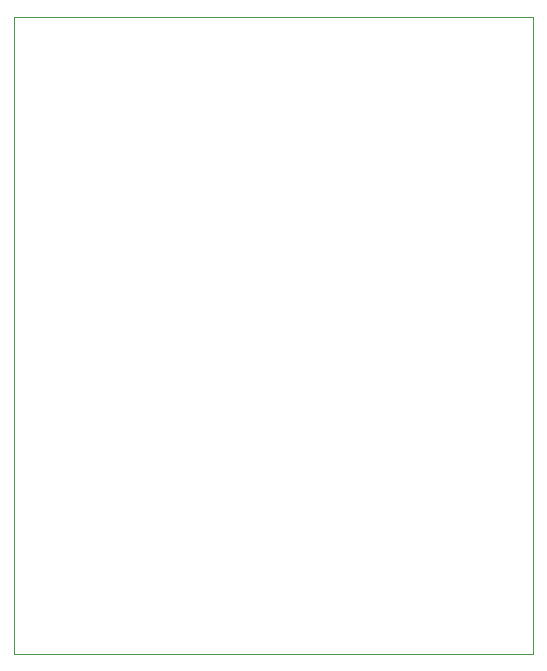
<source format=gbr>
%TF.GenerationSoftware,KiCad,Pcbnew,(6.0.5)*%
%TF.CreationDate,2022-06-24T16:50:19+02:00*%
%TF.ProjectId,ESP32Webradio_5,45535033-3257-4656-9272-6164696f5f35,rev?*%
%TF.SameCoordinates,Original*%
%TF.FileFunction,Profile,NP*%
%FSLAX46Y46*%
G04 Gerber Fmt 4.6, Leading zero omitted, Abs format (unit mm)*
G04 Created by KiCad (PCBNEW (6.0.5)) date 2022-06-24 16:50:19*
%MOMM*%
%LPD*%
G01*
G04 APERTURE LIST*
%TA.AperFunction,Profile*%
%ADD10C,0.100000*%
%TD*%
G04 APERTURE END LIST*
D10*
X93000000Y-64500000D02*
X137000000Y-64500000D01*
X137000000Y-64500000D02*
X137000000Y-118500000D01*
X137000000Y-118500000D02*
X93000000Y-118500000D01*
X93000000Y-118500000D02*
X93000000Y-64500000D01*
M02*

</source>
